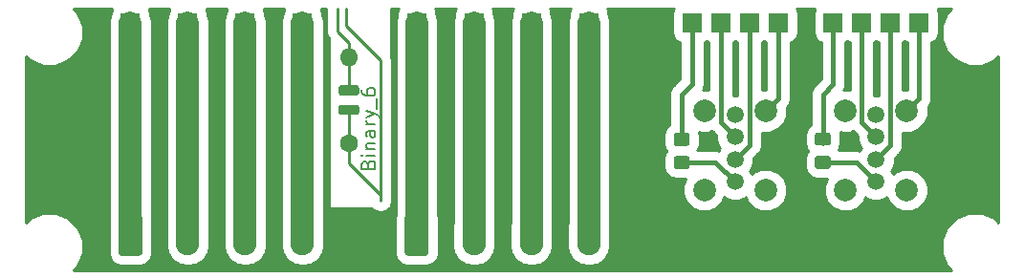
<source format=gtl>
G04 #@! TF.GenerationSoftware,KiCad,Pcbnew,(5.0.2)-1*
G04 #@! TF.CreationDate,2020-01-05T18:08:36+01:00*
G04 #@! TF.ProjectId,EleLab_v2_Frontpanel_a,456c654c-6162-45f7-9632-5f46726f6e74,rev?*
G04 #@! TF.SameCoordinates,Original*
G04 #@! TF.FileFunction,Copper,L1,Top*
G04 #@! TF.FilePolarity,Positive*
%FSLAX46Y46*%
G04 Gerber Fmt 4.6, Leading zero omitted, Abs format (unit mm)*
G04 Created by KiCad (PCBNEW (5.0.2)-1) date 05/01/2020 18:08:36*
%MOMM*%
%LPD*%
G01*
G04 APERTURE LIST*
%ADD10C,0.200000*%
G04 #@! TA.AperFunction,EtchedComponent*
%ADD11C,0.250000*%
G04 #@! TD*
G04 #@! TA.AperFunction,ComponentPad*
%ADD12O,2.080000X3.600000*%
G04 #@! TD*
G04 #@! TA.AperFunction,Conductor*
%ADD13C,0.100000*%
G04 #@! TD*
G04 #@! TA.AperFunction,ComponentPad*
%ADD14C,2.080000*%
G04 #@! TD*
G04 #@! TA.AperFunction,ComponentPad*
%ADD15C,1.500000*%
G04 #@! TD*
G04 #@! TA.AperFunction,ComponentPad*
%ADD16C,2.000000*%
G04 #@! TD*
G04 #@! TA.AperFunction,ComponentPad*
%ADD17R,1.700000X1.700000*%
G04 #@! TD*
G04 #@! TA.AperFunction,ComponentPad*
%ADD18C,1.600000*%
G04 #@! TD*
G04 #@! TA.AperFunction,ComponentPad*
%ADD19O,1.600000X1.600000*%
G04 #@! TD*
G04 #@! TA.AperFunction,SMDPad,CuDef*
%ADD20C,0.900000*%
G04 #@! TD*
G04 #@! TA.AperFunction,SMDPad,CuDef*
%ADD21C,1.150000*%
G04 #@! TD*
G04 #@! TA.AperFunction,Conductor*
%ADD22C,2.000000*%
G04 #@! TD*
G04 #@! TA.AperFunction,Conductor*
%ADD23C,0.400000*%
G04 #@! TD*
G04 #@! TA.AperFunction,NonConductor*
%ADD24C,0.254000*%
G04 #@! TD*
G04 APERTURE END LIST*
G04 #@! TO.C,LO_1*
D10*
X102227085Y-88708257D02*
X102284228Y-88536828D01*
X102341371Y-88479685D01*
X102455657Y-88422542D01*
X102627085Y-88422542D01*
X102741371Y-88479685D01*
X102798514Y-88536828D01*
X102855657Y-88651114D01*
X102855657Y-89108257D01*
X101655657Y-89108257D01*
X101655657Y-88708257D01*
X101712800Y-88593971D01*
X101769942Y-88536828D01*
X101884228Y-88479685D01*
X101998514Y-88479685D01*
X102112800Y-88536828D01*
X102169942Y-88593971D01*
X102227085Y-88708257D01*
X102227085Y-89108257D01*
X102855657Y-87908257D02*
X102055657Y-87908257D01*
X101655657Y-87908257D02*
X101712800Y-87965400D01*
X101769942Y-87908257D01*
X101712800Y-87851114D01*
X101655657Y-87908257D01*
X101769942Y-87908257D01*
X102055657Y-87336828D02*
X102855657Y-87336828D01*
X102169942Y-87336828D02*
X102112800Y-87279685D01*
X102055657Y-87165400D01*
X102055657Y-86993971D01*
X102112800Y-86879685D01*
X102227085Y-86822542D01*
X102855657Y-86822542D01*
X102855657Y-85736828D02*
X102227085Y-85736828D01*
X102112800Y-85793971D01*
X102055657Y-85908257D01*
X102055657Y-86136828D01*
X102112800Y-86251114D01*
X102798514Y-85736828D02*
X102855657Y-85851114D01*
X102855657Y-86136828D01*
X102798514Y-86251114D01*
X102684228Y-86308257D01*
X102569942Y-86308257D01*
X102455657Y-86251114D01*
X102398514Y-86136828D01*
X102398514Y-85851114D01*
X102341371Y-85736828D01*
X102855657Y-85165400D02*
X102055657Y-85165400D01*
X102284228Y-85165400D02*
X102169942Y-85108257D01*
X102112800Y-85051114D01*
X102055657Y-84936828D01*
X102055657Y-84822542D01*
X102055657Y-84536828D02*
X102855657Y-84251114D01*
X102055657Y-83965400D02*
X102855657Y-84251114D01*
X103141371Y-84365400D01*
X103198514Y-84422542D01*
X103255657Y-84536828D01*
X102969942Y-83793971D02*
X102969942Y-82879685D01*
X101655657Y-82079685D02*
X101655657Y-82308257D01*
X101712800Y-82422542D01*
X101769942Y-82479685D01*
X101941371Y-82593971D01*
X102169942Y-82651114D01*
X102627085Y-82651114D01*
X102741371Y-82593971D01*
X102798514Y-82536828D01*
X102855657Y-82422542D01*
X102855657Y-82193971D01*
X102798514Y-82079685D01*
X102741371Y-82022542D01*
X102627085Y-81965400D01*
X102341371Y-81965400D01*
X102227085Y-82022542D01*
X102169942Y-82079685D01*
X102112800Y-82193971D01*
X102112800Y-82422542D01*
X102169942Y-82536828D01*
X102227085Y-82593971D01*
X102341371Y-82651114D01*
D11*
X100534800Y-86835400D02*
X100534800Y-84295400D01*
X100534800Y-81755400D02*
X100534800Y-79215400D01*
X100534800Y-79215400D02*
X100534800Y-77945400D01*
X100534800Y-77945400D02*
X99518800Y-76929400D01*
X99518800Y-76929400D02*
X99518800Y-74922800D01*
X100534800Y-86835400D02*
X100534800Y-88613400D01*
X100534800Y-88613400D02*
X103328800Y-91407400D01*
X100280800Y-74872000D02*
X100280800Y-76421400D01*
X100280800Y-76421400D02*
X103328800Y-79469400D01*
X103328800Y-79469400D02*
X103328800Y-91940800D01*
G04 #@! TD*
D12*
G04 #@! TO.P,J1,4*
G04 #@! TO.N,Net-(J1-Pad4)*
X96425000Y-95000000D03*
G04 #@! TO.P,J1,3*
G04 #@! TO.N,Net-(J1-Pad3)*
X91345000Y-95000000D03*
G04 #@! TO.P,J1,2*
G04 #@! TO.N,Net-(J1-Pad2)*
X86265000Y-95000000D03*
D13*
G04 #@! TD*
G04 #@! TO.N,Net-(J1-Pad1)*
G04 #@! TO.C,J1*
G36*
X81999505Y-93201204D02*
X82023773Y-93204804D01*
X82047572Y-93210765D01*
X82070671Y-93219030D01*
X82092850Y-93229520D01*
X82113893Y-93242132D01*
X82133599Y-93256747D01*
X82151777Y-93273223D01*
X82168253Y-93291401D01*
X82182868Y-93311107D01*
X82195480Y-93332150D01*
X82205970Y-93354329D01*
X82214235Y-93377428D01*
X82220196Y-93401227D01*
X82223796Y-93425495D01*
X82225000Y-93449999D01*
X82225000Y-96550001D01*
X82223796Y-96574505D01*
X82220196Y-96598773D01*
X82214235Y-96622572D01*
X82205970Y-96645671D01*
X82195480Y-96667850D01*
X82182868Y-96688893D01*
X82168253Y-96708599D01*
X82151777Y-96726777D01*
X82133599Y-96743253D01*
X82113893Y-96757868D01*
X82092850Y-96770480D01*
X82070671Y-96780970D01*
X82047572Y-96789235D01*
X82023773Y-96795196D01*
X81999505Y-96798796D01*
X81975001Y-96800000D01*
X80394999Y-96800000D01*
X80370495Y-96798796D01*
X80346227Y-96795196D01*
X80322428Y-96789235D01*
X80299329Y-96780970D01*
X80277150Y-96770480D01*
X80256107Y-96757868D01*
X80236401Y-96743253D01*
X80218223Y-96726777D01*
X80201747Y-96708599D01*
X80187132Y-96688893D01*
X80174520Y-96667850D01*
X80164030Y-96645671D01*
X80155765Y-96622572D01*
X80149804Y-96598773D01*
X80146204Y-96574505D01*
X80145000Y-96550001D01*
X80145000Y-93449999D01*
X80146204Y-93425495D01*
X80149804Y-93401227D01*
X80155765Y-93377428D01*
X80164030Y-93354329D01*
X80174520Y-93332150D01*
X80187132Y-93311107D01*
X80201747Y-93291401D01*
X80218223Y-93273223D01*
X80236401Y-93256747D01*
X80256107Y-93242132D01*
X80277150Y-93229520D01*
X80299329Y-93219030D01*
X80322428Y-93210765D01*
X80346227Y-93204804D01*
X80370495Y-93201204D01*
X80394999Y-93200000D01*
X81975001Y-93200000D01*
X81999505Y-93201204D01*
X81999505Y-93201204D01*
G37*
D14*
G04 #@! TO.P,J1,1*
G04 #@! TO.N,Net-(J1-Pad1)*
X81185000Y-95000000D03*
G04 #@! TD*
D13*
G04 #@! TO.N,Net-(J2-Pad1)*
G04 #@! TO.C,J2*
G36*
X107344505Y-93201204D02*
X107368773Y-93204804D01*
X107392572Y-93210765D01*
X107415671Y-93219030D01*
X107437850Y-93229520D01*
X107458893Y-93242132D01*
X107478599Y-93256747D01*
X107496777Y-93273223D01*
X107513253Y-93291401D01*
X107527868Y-93311107D01*
X107540480Y-93332150D01*
X107550970Y-93354329D01*
X107559235Y-93377428D01*
X107565196Y-93401227D01*
X107568796Y-93425495D01*
X107570000Y-93449999D01*
X107570000Y-96550001D01*
X107568796Y-96574505D01*
X107565196Y-96598773D01*
X107559235Y-96622572D01*
X107550970Y-96645671D01*
X107540480Y-96667850D01*
X107527868Y-96688893D01*
X107513253Y-96708599D01*
X107496777Y-96726777D01*
X107478599Y-96743253D01*
X107458893Y-96757868D01*
X107437850Y-96770480D01*
X107415671Y-96780970D01*
X107392572Y-96789235D01*
X107368773Y-96795196D01*
X107344505Y-96798796D01*
X107320001Y-96800000D01*
X105739999Y-96800000D01*
X105715495Y-96798796D01*
X105691227Y-96795196D01*
X105667428Y-96789235D01*
X105644329Y-96780970D01*
X105622150Y-96770480D01*
X105601107Y-96757868D01*
X105581401Y-96743253D01*
X105563223Y-96726777D01*
X105546747Y-96708599D01*
X105532132Y-96688893D01*
X105519520Y-96667850D01*
X105509030Y-96645671D01*
X105500765Y-96622572D01*
X105494804Y-96598773D01*
X105491204Y-96574505D01*
X105490000Y-96550001D01*
X105490000Y-93449999D01*
X105491204Y-93425495D01*
X105494804Y-93401227D01*
X105500765Y-93377428D01*
X105509030Y-93354329D01*
X105519520Y-93332150D01*
X105532132Y-93311107D01*
X105546747Y-93291401D01*
X105563223Y-93273223D01*
X105581401Y-93256747D01*
X105601107Y-93242132D01*
X105622150Y-93229520D01*
X105644329Y-93219030D01*
X105667428Y-93210765D01*
X105691227Y-93204804D01*
X105715495Y-93201204D01*
X105739999Y-93200000D01*
X107320001Y-93200000D01*
X107344505Y-93201204D01*
X107344505Y-93201204D01*
G37*
D14*
G04 #@! TD*
G04 #@! TO.P,J2,1*
G04 #@! TO.N,Net-(J2-Pad1)*
X106530000Y-95000000D03*
D12*
G04 #@! TO.P,J2,2*
G04 #@! TO.N,Net-(J10-Pad1)*
X111610000Y-95000000D03*
G04 #@! TO.P,J2,3*
G04 #@! TO.N,Net-(J11-Pad1)*
X116690000Y-95000000D03*
G04 #@! TO.P,J2,4*
G04 #@! TO.N,Net-(J12-Pad1)*
X121770000Y-95000000D03*
G04 #@! TD*
D15*
G04 #@! TO.P,J3,4*
G04 #@! TO.N,Net-(J16-Pad1)*
X134720000Y-84270000D03*
G04 #@! TO.P,J3,3*
G04 #@! TO.N,Net-(J14-Pad1)*
X134720000Y-86270000D03*
G04 #@! TO.P,J3,2*
G04 #@! TO.N,Net-(J15-Pad1)*
X134720000Y-88270000D03*
G04 #@! TO.P,J3,1*
G04 #@! TO.N,Net-(F1-Pad1)*
X134720000Y-90270000D03*
D16*
G04 #@! TO.P,J3,5*
G04 #@! TO.N,Net-(J16-Pad1)*
X137440000Y-84000000D03*
X132000000Y-84000000D03*
X137440000Y-91000000D03*
X132000000Y-91000000D03*
G04 #@! TD*
G04 #@! TO.P,J4,5*
G04 #@! TO.N,Net-(J20-Pad1)*
X144500000Y-91000000D03*
X149940000Y-91000000D03*
X144500000Y-84000000D03*
X149940000Y-84000000D03*
D15*
G04 #@! TO.P,J4,1*
G04 #@! TO.N,Net-(F2-Pad1)*
X147220000Y-90270000D03*
G04 #@! TO.P,J4,2*
G04 #@! TO.N,Net-(J19-Pad1)*
X147220000Y-88270000D03*
G04 #@! TO.P,J4,3*
G04 #@! TO.N,Net-(J18-Pad1)*
X147220000Y-86270000D03*
G04 #@! TO.P,J4,4*
G04 #@! TO.N,Net-(J20-Pad1)*
X147220000Y-84270000D03*
G04 #@! TD*
D17*
G04 #@! TO.P,J5,1*
G04 #@! TO.N,Net-(J1-Pad1)*
X81185000Y-76200000D03*
G04 #@! TD*
G04 #@! TO.P,J6,1*
G04 #@! TO.N,Net-(J1-Pad2)*
X86265000Y-76200000D03*
G04 #@! TD*
G04 #@! TO.P,J7,1*
G04 #@! TO.N,Net-(J1-Pad3)*
X91345000Y-76200000D03*
G04 #@! TD*
G04 #@! TO.P,J8,1*
G04 #@! TO.N,Net-(J1-Pad4)*
X96425000Y-76200000D03*
G04 #@! TD*
G04 #@! TO.P,J9,1*
G04 #@! TO.N,Net-(J2-Pad1)*
X106530000Y-76200000D03*
G04 #@! TD*
G04 #@! TO.P,J10,1*
G04 #@! TO.N,Net-(J10-Pad1)*
X111610000Y-76200000D03*
G04 #@! TD*
G04 #@! TO.P,J11,1*
G04 #@! TO.N,Net-(J11-Pad1)*
X116690000Y-76200000D03*
G04 #@! TD*
G04 #@! TO.P,J12,1*
G04 #@! TO.N,Net-(J12-Pad1)*
X121770000Y-76200000D03*
G04 #@! TD*
G04 #@! TO.P,J13,1*
G04 #@! TO.N,Net-(F1-Pad2)*
X130930000Y-76200000D03*
G04 #@! TD*
G04 #@! TO.P,J14,1*
G04 #@! TO.N,Net-(J14-Pad1)*
X133470000Y-76200000D03*
G04 #@! TD*
G04 #@! TO.P,J15,1*
G04 #@! TO.N,Net-(J15-Pad1)*
X136010000Y-76200000D03*
G04 #@! TD*
G04 #@! TO.P,J16,1*
G04 #@! TO.N,Net-(J16-Pad1)*
X138550000Y-76200000D03*
G04 #@! TD*
G04 #@! TO.P,J17,1*
G04 #@! TO.N,Net-(F2-Pad2)*
X143416000Y-76200000D03*
G04 #@! TD*
G04 #@! TO.P,J18,1*
G04 #@! TO.N,Net-(J18-Pad1)*
X145956000Y-76200000D03*
G04 #@! TD*
G04 #@! TO.P,J19,1*
G04 #@! TO.N,Net-(J19-Pad1)*
X148496000Y-76200000D03*
G04 #@! TD*
G04 #@! TO.P,J20,1*
G04 #@! TO.N,Net-(J20-Pad1)*
X151036000Y-76200000D03*
G04 #@! TD*
D18*
G04 #@! TO.P,LO_1,2*
G04 #@! TO.N,N/C*
X100534800Y-86835400D03*
D19*
G04 #@! TO.P,LO_1,1*
X100534800Y-79215400D03*
D13*
G04 #@! TD*
G04 #@! TO.N,*
G04 #@! TO.C,LO_1*
G36*
X101231854Y-83446483D02*
X101253695Y-83449723D01*
X101275114Y-83455088D01*
X101295904Y-83462527D01*
X101315864Y-83471968D01*
X101334803Y-83483319D01*
X101352538Y-83496473D01*
X101368899Y-83511301D01*
X101383727Y-83527662D01*
X101396881Y-83545397D01*
X101408232Y-83564336D01*
X101417673Y-83584296D01*
X101425112Y-83605086D01*
X101430477Y-83626505D01*
X101433717Y-83648346D01*
X101434800Y-83670400D01*
X101434800Y-84120400D01*
X101433717Y-84142454D01*
X101430477Y-84164295D01*
X101425112Y-84185714D01*
X101417673Y-84206504D01*
X101408232Y-84226464D01*
X101396881Y-84245403D01*
X101383727Y-84263138D01*
X101368899Y-84279499D01*
X101352538Y-84294327D01*
X101334803Y-84307481D01*
X101315864Y-84318832D01*
X101295904Y-84328273D01*
X101275114Y-84335712D01*
X101253695Y-84341077D01*
X101231854Y-84344317D01*
X101209800Y-84345400D01*
X99859800Y-84345400D01*
X99837746Y-84344317D01*
X99815905Y-84341077D01*
X99794486Y-84335712D01*
X99773696Y-84328273D01*
X99753736Y-84318832D01*
X99734797Y-84307481D01*
X99717062Y-84294327D01*
X99700701Y-84279499D01*
X99685873Y-84263138D01*
X99672719Y-84245403D01*
X99661368Y-84226464D01*
X99651927Y-84206504D01*
X99644488Y-84185714D01*
X99639123Y-84164295D01*
X99635883Y-84142454D01*
X99634800Y-84120400D01*
X99634800Y-83670400D01*
X99635883Y-83648346D01*
X99639123Y-83626505D01*
X99644488Y-83605086D01*
X99651927Y-83584296D01*
X99661368Y-83564336D01*
X99672719Y-83545397D01*
X99685873Y-83527662D01*
X99700701Y-83511301D01*
X99717062Y-83496473D01*
X99734797Y-83483319D01*
X99753736Y-83471968D01*
X99773696Y-83462527D01*
X99794486Y-83455088D01*
X99815905Y-83449723D01*
X99837746Y-83446483D01*
X99859800Y-83445400D01*
X101209800Y-83445400D01*
X101231854Y-83446483D01*
X101231854Y-83446483D01*
G37*
D20*
G04 #@! TO.P,LO_1,*
G04 #@! TO.N,*
X100534800Y-83895400D03*
D13*
G04 #@! TD*
G04 #@! TO.N,*
G04 #@! TO.C,LO_1*
G36*
X101231854Y-81706483D02*
X101253695Y-81709723D01*
X101275114Y-81715088D01*
X101295904Y-81722527D01*
X101315864Y-81731968D01*
X101334803Y-81743319D01*
X101352538Y-81756473D01*
X101368899Y-81771301D01*
X101383727Y-81787662D01*
X101396881Y-81805397D01*
X101408232Y-81824336D01*
X101417673Y-81844296D01*
X101425112Y-81865086D01*
X101430477Y-81886505D01*
X101433717Y-81908346D01*
X101434800Y-81930400D01*
X101434800Y-82380400D01*
X101433717Y-82402454D01*
X101430477Y-82424295D01*
X101425112Y-82445714D01*
X101417673Y-82466504D01*
X101408232Y-82486464D01*
X101396881Y-82505403D01*
X101383727Y-82523138D01*
X101368899Y-82539499D01*
X101352538Y-82554327D01*
X101334803Y-82567481D01*
X101315864Y-82578832D01*
X101295904Y-82588273D01*
X101275114Y-82595712D01*
X101253695Y-82601077D01*
X101231854Y-82604317D01*
X101209800Y-82605400D01*
X99859800Y-82605400D01*
X99837746Y-82604317D01*
X99815905Y-82601077D01*
X99794486Y-82595712D01*
X99773696Y-82588273D01*
X99753736Y-82578832D01*
X99734797Y-82567481D01*
X99717062Y-82554327D01*
X99700701Y-82539499D01*
X99685873Y-82523138D01*
X99672719Y-82505403D01*
X99661368Y-82486464D01*
X99651927Y-82466504D01*
X99644488Y-82445714D01*
X99639123Y-82424295D01*
X99635883Y-82402454D01*
X99634800Y-82380400D01*
X99634800Y-81930400D01*
X99635883Y-81908346D01*
X99639123Y-81886505D01*
X99644488Y-81865086D01*
X99651927Y-81844296D01*
X99661368Y-81824336D01*
X99672719Y-81805397D01*
X99685873Y-81787662D01*
X99700701Y-81771301D01*
X99717062Y-81756473D01*
X99734797Y-81743319D01*
X99753736Y-81731968D01*
X99773696Y-81722527D01*
X99794486Y-81715088D01*
X99815905Y-81709723D01*
X99837746Y-81706483D01*
X99859800Y-81705400D01*
X101209800Y-81705400D01*
X101231854Y-81706483D01*
X101231854Y-81706483D01*
G37*
D20*
G04 #@! TO.P,LO_1,*
G04 #@! TO.N,*
X100534800Y-82155400D03*
G04 #@! TD*
D13*
G04 #@! TO.N,Net-(F1-Pad2)*
G04 #@! TO.C,F1*
G36*
X130474505Y-85926204D02*
X130498773Y-85929804D01*
X130522572Y-85935765D01*
X130545671Y-85944030D01*
X130567850Y-85954520D01*
X130588893Y-85967132D01*
X130608599Y-85981747D01*
X130626777Y-85998223D01*
X130643253Y-86016401D01*
X130657868Y-86036107D01*
X130670480Y-86057150D01*
X130680970Y-86079329D01*
X130689235Y-86102428D01*
X130695196Y-86126227D01*
X130698796Y-86150495D01*
X130700000Y-86174999D01*
X130700000Y-86825001D01*
X130698796Y-86849505D01*
X130695196Y-86873773D01*
X130689235Y-86897572D01*
X130680970Y-86920671D01*
X130670480Y-86942850D01*
X130657868Y-86963893D01*
X130643253Y-86983599D01*
X130626777Y-87001777D01*
X130608599Y-87018253D01*
X130588893Y-87032868D01*
X130567850Y-87045480D01*
X130545671Y-87055970D01*
X130522572Y-87064235D01*
X130498773Y-87070196D01*
X130474505Y-87073796D01*
X130450001Y-87075000D01*
X129549999Y-87075000D01*
X129525495Y-87073796D01*
X129501227Y-87070196D01*
X129477428Y-87064235D01*
X129454329Y-87055970D01*
X129432150Y-87045480D01*
X129411107Y-87032868D01*
X129391401Y-87018253D01*
X129373223Y-87001777D01*
X129356747Y-86983599D01*
X129342132Y-86963893D01*
X129329520Y-86942850D01*
X129319030Y-86920671D01*
X129310765Y-86897572D01*
X129304804Y-86873773D01*
X129301204Y-86849505D01*
X129300000Y-86825001D01*
X129300000Y-86174999D01*
X129301204Y-86150495D01*
X129304804Y-86126227D01*
X129310765Y-86102428D01*
X129319030Y-86079329D01*
X129329520Y-86057150D01*
X129342132Y-86036107D01*
X129356747Y-86016401D01*
X129373223Y-85998223D01*
X129391401Y-85981747D01*
X129411107Y-85967132D01*
X129432150Y-85954520D01*
X129454329Y-85944030D01*
X129477428Y-85935765D01*
X129501227Y-85929804D01*
X129525495Y-85926204D01*
X129549999Y-85925000D01*
X130450001Y-85925000D01*
X130474505Y-85926204D01*
X130474505Y-85926204D01*
G37*
D21*
G04 #@! TD*
G04 #@! TO.P,F1,2*
G04 #@! TO.N,Net-(F1-Pad2)*
X130000000Y-86500000D03*
D13*
G04 #@! TO.N,Net-(F1-Pad1)*
G04 #@! TO.C,F1*
G36*
X130474505Y-87976204D02*
X130498773Y-87979804D01*
X130522572Y-87985765D01*
X130545671Y-87994030D01*
X130567850Y-88004520D01*
X130588893Y-88017132D01*
X130608599Y-88031747D01*
X130626777Y-88048223D01*
X130643253Y-88066401D01*
X130657868Y-88086107D01*
X130670480Y-88107150D01*
X130680970Y-88129329D01*
X130689235Y-88152428D01*
X130695196Y-88176227D01*
X130698796Y-88200495D01*
X130700000Y-88224999D01*
X130700000Y-88875001D01*
X130698796Y-88899505D01*
X130695196Y-88923773D01*
X130689235Y-88947572D01*
X130680970Y-88970671D01*
X130670480Y-88992850D01*
X130657868Y-89013893D01*
X130643253Y-89033599D01*
X130626777Y-89051777D01*
X130608599Y-89068253D01*
X130588893Y-89082868D01*
X130567850Y-89095480D01*
X130545671Y-89105970D01*
X130522572Y-89114235D01*
X130498773Y-89120196D01*
X130474505Y-89123796D01*
X130450001Y-89125000D01*
X129549999Y-89125000D01*
X129525495Y-89123796D01*
X129501227Y-89120196D01*
X129477428Y-89114235D01*
X129454329Y-89105970D01*
X129432150Y-89095480D01*
X129411107Y-89082868D01*
X129391401Y-89068253D01*
X129373223Y-89051777D01*
X129356747Y-89033599D01*
X129342132Y-89013893D01*
X129329520Y-88992850D01*
X129319030Y-88970671D01*
X129310765Y-88947572D01*
X129304804Y-88923773D01*
X129301204Y-88899505D01*
X129300000Y-88875001D01*
X129300000Y-88224999D01*
X129301204Y-88200495D01*
X129304804Y-88176227D01*
X129310765Y-88152428D01*
X129319030Y-88129329D01*
X129329520Y-88107150D01*
X129342132Y-88086107D01*
X129356747Y-88066401D01*
X129373223Y-88048223D01*
X129391401Y-88031747D01*
X129411107Y-88017132D01*
X129432150Y-88004520D01*
X129454329Y-87994030D01*
X129477428Y-87985765D01*
X129501227Y-87979804D01*
X129525495Y-87976204D01*
X129549999Y-87975000D01*
X130450001Y-87975000D01*
X130474505Y-87976204D01*
X130474505Y-87976204D01*
G37*
D21*
G04 #@! TD*
G04 #@! TO.P,F1,1*
G04 #@! TO.N,Net-(F1-Pad1)*
X130000000Y-88550000D03*
D13*
G04 #@! TO.N,Net-(F2-Pad1)*
G04 #@! TO.C,F2*
G36*
X142974505Y-87951204D02*
X142998773Y-87954804D01*
X143022572Y-87960765D01*
X143045671Y-87969030D01*
X143067850Y-87979520D01*
X143088893Y-87992132D01*
X143108599Y-88006747D01*
X143126777Y-88023223D01*
X143143253Y-88041401D01*
X143157868Y-88061107D01*
X143170480Y-88082150D01*
X143180970Y-88104329D01*
X143189235Y-88127428D01*
X143195196Y-88151227D01*
X143198796Y-88175495D01*
X143200000Y-88199999D01*
X143200000Y-88850001D01*
X143198796Y-88874505D01*
X143195196Y-88898773D01*
X143189235Y-88922572D01*
X143180970Y-88945671D01*
X143170480Y-88967850D01*
X143157868Y-88988893D01*
X143143253Y-89008599D01*
X143126777Y-89026777D01*
X143108599Y-89043253D01*
X143088893Y-89057868D01*
X143067850Y-89070480D01*
X143045671Y-89080970D01*
X143022572Y-89089235D01*
X142998773Y-89095196D01*
X142974505Y-89098796D01*
X142950001Y-89100000D01*
X142049999Y-89100000D01*
X142025495Y-89098796D01*
X142001227Y-89095196D01*
X141977428Y-89089235D01*
X141954329Y-89080970D01*
X141932150Y-89070480D01*
X141911107Y-89057868D01*
X141891401Y-89043253D01*
X141873223Y-89026777D01*
X141856747Y-89008599D01*
X141842132Y-88988893D01*
X141829520Y-88967850D01*
X141819030Y-88945671D01*
X141810765Y-88922572D01*
X141804804Y-88898773D01*
X141801204Y-88874505D01*
X141800000Y-88850001D01*
X141800000Y-88199999D01*
X141801204Y-88175495D01*
X141804804Y-88151227D01*
X141810765Y-88127428D01*
X141819030Y-88104329D01*
X141829520Y-88082150D01*
X141842132Y-88061107D01*
X141856747Y-88041401D01*
X141873223Y-88023223D01*
X141891401Y-88006747D01*
X141911107Y-87992132D01*
X141932150Y-87979520D01*
X141954329Y-87969030D01*
X141977428Y-87960765D01*
X142001227Y-87954804D01*
X142025495Y-87951204D01*
X142049999Y-87950000D01*
X142950001Y-87950000D01*
X142974505Y-87951204D01*
X142974505Y-87951204D01*
G37*
D21*
G04 #@! TD*
G04 #@! TO.P,F2,1*
G04 #@! TO.N,Net-(F2-Pad1)*
X142500000Y-88525000D03*
D13*
G04 #@! TO.N,Net-(F2-Pad2)*
G04 #@! TO.C,F2*
G36*
X142974505Y-85901204D02*
X142998773Y-85904804D01*
X143022572Y-85910765D01*
X143045671Y-85919030D01*
X143067850Y-85929520D01*
X143088893Y-85942132D01*
X143108599Y-85956747D01*
X143126777Y-85973223D01*
X143143253Y-85991401D01*
X143157868Y-86011107D01*
X143170480Y-86032150D01*
X143180970Y-86054329D01*
X143189235Y-86077428D01*
X143195196Y-86101227D01*
X143198796Y-86125495D01*
X143200000Y-86149999D01*
X143200000Y-86800001D01*
X143198796Y-86824505D01*
X143195196Y-86848773D01*
X143189235Y-86872572D01*
X143180970Y-86895671D01*
X143170480Y-86917850D01*
X143157868Y-86938893D01*
X143143253Y-86958599D01*
X143126777Y-86976777D01*
X143108599Y-86993253D01*
X143088893Y-87007868D01*
X143067850Y-87020480D01*
X143045671Y-87030970D01*
X143022572Y-87039235D01*
X142998773Y-87045196D01*
X142974505Y-87048796D01*
X142950001Y-87050000D01*
X142049999Y-87050000D01*
X142025495Y-87048796D01*
X142001227Y-87045196D01*
X141977428Y-87039235D01*
X141954329Y-87030970D01*
X141932150Y-87020480D01*
X141911107Y-87007868D01*
X141891401Y-86993253D01*
X141873223Y-86976777D01*
X141856747Y-86958599D01*
X141842132Y-86938893D01*
X141829520Y-86917850D01*
X141819030Y-86895671D01*
X141810765Y-86872572D01*
X141804804Y-86848773D01*
X141801204Y-86824505D01*
X141800000Y-86800001D01*
X141800000Y-86149999D01*
X141801204Y-86125495D01*
X141804804Y-86101227D01*
X141810765Y-86077428D01*
X141819030Y-86054329D01*
X141829520Y-86032150D01*
X141842132Y-86011107D01*
X141856747Y-85991401D01*
X141873223Y-85973223D01*
X141891401Y-85956747D01*
X141911107Y-85942132D01*
X141932150Y-85929520D01*
X141954329Y-85919030D01*
X141977428Y-85910765D01*
X142001227Y-85904804D01*
X142025495Y-85901204D01*
X142049999Y-85900000D01*
X142950001Y-85900000D01*
X142974505Y-85901204D01*
X142974505Y-85901204D01*
G37*
D21*
G04 #@! TD*
G04 #@! TO.P,F2,2*
G04 #@! TO.N,Net-(F2-Pad2)*
X142500000Y-86475000D03*
D22*
G04 #@! TO.N,Net-(J1-Pad4)*
X96425000Y-95000000D02*
X96425000Y-76200000D01*
G04 #@! TO.N,Net-(J1-Pad3)*
X91345000Y-76200000D02*
X91345000Y-95000000D01*
G04 #@! TO.N,Net-(J1-Pad2)*
X86265000Y-95000000D02*
X86265000Y-76200000D01*
G04 #@! TO.N,Net-(J1-Pad1)*
X81185000Y-76200000D02*
X81185000Y-95000000D01*
G04 #@! TO.N,Net-(J2-Pad1)*
X106530000Y-95000000D02*
X106530000Y-76200000D01*
G04 #@! TO.N,Net-(J10-Pad1)*
X111610000Y-76200000D02*
X111610000Y-95000000D01*
G04 #@! TO.N,Net-(J11-Pad1)*
X116690000Y-95000000D02*
X116690000Y-76200000D01*
G04 #@! TO.N,Net-(J12-Pad1)*
X121770000Y-76200000D02*
X121770000Y-95000000D01*
D23*
G04 #@! TO.N,Net-(J16-Pad1)*
X137440000Y-84000000D02*
X138550000Y-82890000D01*
X138550000Y-82890000D02*
X138550000Y-76200000D01*
G04 #@! TO.N,Net-(J14-Pad1)*
X134720000Y-86270000D02*
X133470000Y-85020000D01*
X133470000Y-85020000D02*
X133470000Y-76200000D01*
G04 #@! TO.N,Net-(J15-Pad1)*
X134720000Y-88270000D02*
X136010000Y-86980000D01*
X136010000Y-86980000D02*
X136010000Y-76200000D01*
G04 #@! TO.N,Net-(J20-Pad1)*
X149940000Y-84000000D02*
X151036000Y-82904000D01*
X151036000Y-82904000D02*
X151036000Y-76200000D01*
G04 #@! TO.N,Net-(J19-Pad1)*
X147220000Y-88270000D02*
X148496000Y-86994000D01*
X148496000Y-86994000D02*
X148496000Y-76200000D01*
G04 #@! TO.N,Net-(J18-Pad1)*
X147220000Y-86270000D02*
X145956000Y-85006000D01*
X145956000Y-85006000D02*
X145956000Y-76200000D01*
G04 #@! TO.N,Net-(F1-Pad2)*
X130000000Y-86500000D02*
X130000000Y-82500000D01*
X130000000Y-82500000D02*
X130930000Y-81570000D01*
X130930000Y-81570000D02*
X130930000Y-76200000D01*
G04 #@! TO.N,Net-(F1-Pad1)*
X133000000Y-88550000D02*
X130000000Y-88550000D01*
X134720000Y-90270000D02*
X133000000Y-88550000D01*
G04 #@! TO.N,Net-(F2-Pad1)*
X145475000Y-88525000D02*
X142500000Y-88525000D01*
X147220000Y-90270000D02*
X145475000Y-88525000D01*
G04 #@! TO.N,Net-(F2-Pad2)*
X142500000Y-86475000D02*
X142500000Y-82500000D01*
X142500000Y-82500000D02*
X143416000Y-81584000D01*
X143416000Y-81584000D02*
X143416000Y-76200000D01*
G04 #@! TD*
D24*
G36*
X79508884Y-75007812D02*
X79440819Y-75350000D01*
X79440819Y-75431842D01*
X79416905Y-75467632D01*
X79308000Y-76015135D01*
X79308001Y-93162528D01*
X79250819Y-93449999D01*
X79250819Y-96550001D01*
X79337915Y-96987860D01*
X79585942Y-97359058D01*
X79957140Y-97607085D01*
X80394999Y-97694181D01*
X81975001Y-97694181D01*
X82412860Y-97607085D01*
X82784058Y-97359058D01*
X83032085Y-96987860D01*
X83119181Y-96550001D01*
X83119181Y-93449999D01*
X83062000Y-93162532D01*
X83062000Y-76015134D01*
X82953095Y-75467631D01*
X82929181Y-75431841D01*
X82929181Y-75350000D01*
X82861116Y-75007812D01*
X82807119Y-74927000D01*
X84642881Y-74927000D01*
X84588884Y-75007812D01*
X84520819Y-75350000D01*
X84520819Y-75431843D01*
X84496906Y-75467631D01*
X84388001Y-76015134D01*
X84388000Y-93850101D01*
X84348000Y-94051195D01*
X84348000Y-95948806D01*
X84459227Y-96507976D01*
X84882921Y-97142080D01*
X85517025Y-97565774D01*
X86265000Y-97714556D01*
X87012976Y-97565774D01*
X87647080Y-97142080D01*
X88070774Y-96507976D01*
X88182000Y-95948805D01*
X88182000Y-94051194D01*
X88142000Y-93850101D01*
X88142000Y-76015134D01*
X88033095Y-75467631D01*
X88009181Y-75431841D01*
X88009181Y-75350000D01*
X87941116Y-75007812D01*
X87887119Y-74927000D01*
X89722881Y-74927000D01*
X89668884Y-75007812D01*
X89600819Y-75350000D01*
X89600819Y-75431842D01*
X89576905Y-75467632D01*
X89468000Y-76015135D01*
X89468001Y-93850097D01*
X89428000Y-94051195D01*
X89428000Y-95948806D01*
X89539227Y-96507976D01*
X89962921Y-97142080D01*
X90597025Y-97565774D01*
X91345000Y-97714556D01*
X92092976Y-97565774D01*
X92727080Y-97142080D01*
X93150774Y-96507976D01*
X93262000Y-95948805D01*
X93262000Y-94051194D01*
X93222000Y-93850101D01*
X93222000Y-76015134D01*
X93113095Y-75467631D01*
X93089181Y-75431841D01*
X93089181Y-75350000D01*
X93021116Y-75007812D01*
X92967119Y-74927000D01*
X94802881Y-74927000D01*
X94748884Y-75007812D01*
X94680819Y-75350000D01*
X94680819Y-75431843D01*
X94656906Y-75467631D01*
X94548001Y-76015134D01*
X94548000Y-93850101D01*
X94508000Y-94051195D01*
X94508000Y-95948806D01*
X94619227Y-96507976D01*
X95042921Y-97142080D01*
X95677025Y-97565774D01*
X96425000Y-97714556D01*
X97172976Y-97565774D01*
X97807080Y-97142080D01*
X98230774Y-96507976D01*
X98342000Y-95948805D01*
X98342000Y-94051194D01*
X98302000Y-93850101D01*
X98302000Y-76015134D01*
X98193095Y-75467631D01*
X98169181Y-75431841D01*
X98169181Y-75350000D01*
X98101116Y-75007812D01*
X98047119Y-74927000D01*
X98516801Y-74927000D01*
X98516800Y-76830713D01*
X98497170Y-76929400D01*
X98551976Y-77204926D01*
X98574937Y-77320360D01*
X98730223Y-77552763D01*
X98730223Y-92500000D01*
X98739890Y-92548601D01*
X98767420Y-92589803D01*
X98808622Y-92617333D01*
X98857223Y-92627000D01*
X102582210Y-92627000D01*
X102606399Y-92663202D01*
X102937840Y-92884663D01*
X103328800Y-92962430D01*
X103719761Y-92884663D01*
X104051202Y-92663202D01*
X104075391Y-92627000D01*
X104157223Y-92627000D01*
X104205824Y-92617333D01*
X104247026Y-92589803D01*
X104274556Y-92548601D01*
X104284223Y-92500000D01*
X104284223Y-92273645D01*
X104330800Y-92039487D01*
X104330800Y-91506086D01*
X104350430Y-91407400D01*
X104330800Y-91308713D01*
X104330800Y-79568086D01*
X104350430Y-79469400D01*
X104284223Y-79136555D01*
X104284223Y-74927000D01*
X104907881Y-74927000D01*
X104853884Y-75007812D01*
X104785819Y-75350000D01*
X104785819Y-75431843D01*
X104761906Y-75467631D01*
X104653001Y-76015134D01*
X104653000Y-93162532D01*
X104595819Y-93449999D01*
X104595819Y-96550001D01*
X104682915Y-96987860D01*
X104930942Y-97359058D01*
X105302140Y-97607085D01*
X105739999Y-97694181D01*
X107320001Y-97694181D01*
X107757860Y-97607085D01*
X108129058Y-97359058D01*
X108377085Y-96987860D01*
X108464181Y-96550001D01*
X108464181Y-93449999D01*
X108407000Y-93162532D01*
X108407000Y-76015134D01*
X108298095Y-75467631D01*
X108274181Y-75431841D01*
X108274181Y-75350000D01*
X108206116Y-75007812D01*
X108152119Y-74927000D01*
X109987881Y-74927000D01*
X109933884Y-75007812D01*
X109865819Y-75350000D01*
X109865819Y-75431842D01*
X109841905Y-75467632D01*
X109733000Y-76015135D01*
X109733001Y-93850097D01*
X109693000Y-94051195D01*
X109693000Y-95948806D01*
X109804227Y-96507976D01*
X110227921Y-97142080D01*
X110862025Y-97565774D01*
X111610000Y-97714556D01*
X112357976Y-97565774D01*
X112992080Y-97142080D01*
X113415774Y-96507976D01*
X113527000Y-95948805D01*
X113527000Y-94051194D01*
X113487000Y-93850101D01*
X113487000Y-76015134D01*
X113378095Y-75467631D01*
X113354181Y-75431841D01*
X113354181Y-75350000D01*
X113286116Y-75007812D01*
X113232119Y-74927000D01*
X115067881Y-74927000D01*
X115013884Y-75007812D01*
X114945819Y-75350000D01*
X114945819Y-75431843D01*
X114921906Y-75467631D01*
X114813001Y-76015134D01*
X114813000Y-93850101D01*
X114773000Y-94051195D01*
X114773000Y-95948806D01*
X114884227Y-96507976D01*
X115307921Y-97142080D01*
X115942025Y-97565774D01*
X116690000Y-97714556D01*
X117437976Y-97565774D01*
X118072080Y-97142080D01*
X118495774Y-96507976D01*
X118607000Y-95948805D01*
X118607000Y-94051194D01*
X118567000Y-93850101D01*
X118567000Y-76015134D01*
X118458095Y-75467631D01*
X118434181Y-75431841D01*
X118434181Y-75350000D01*
X118366116Y-75007812D01*
X118312119Y-74927000D01*
X120147881Y-74927000D01*
X120093884Y-75007812D01*
X120025819Y-75350000D01*
X120025819Y-75431842D01*
X120001905Y-75467632D01*
X119893000Y-76015135D01*
X119893001Y-93850097D01*
X119853000Y-94051195D01*
X119853000Y-95948806D01*
X119964227Y-96507976D01*
X120387921Y-97142080D01*
X121022025Y-97565774D01*
X121770000Y-97714556D01*
X122517976Y-97565774D01*
X123152080Y-97142080D01*
X123575774Y-96507976D01*
X123687000Y-95948805D01*
X123687000Y-94051194D01*
X123647000Y-93850101D01*
X123647000Y-76015134D01*
X123538095Y-75467631D01*
X123514181Y-75431841D01*
X123514181Y-75350000D01*
X123446116Y-75007812D01*
X123392119Y-74927000D01*
X129307881Y-74927000D01*
X129253884Y-75007812D01*
X129185819Y-75350000D01*
X129185819Y-77050000D01*
X129253884Y-77392188D01*
X129447719Y-77682281D01*
X129737812Y-77876116D01*
X129853001Y-77899028D01*
X129853000Y-81123892D01*
X129313449Y-81663443D01*
X129223528Y-81723527D01*
X129163444Y-81813449D01*
X129163442Y-81813451D01*
X129019818Y-82028400D01*
X128985490Y-82079776D01*
X128932441Y-82346473D01*
X128901902Y-82500000D01*
X128923001Y-82606071D01*
X128923000Y-85244294D01*
X128740942Y-85365942D01*
X128492915Y-85737140D01*
X128405819Y-86174999D01*
X128405819Y-86825001D01*
X128492915Y-87262860D01*
X128668072Y-87525000D01*
X128492915Y-87787140D01*
X128405819Y-88224999D01*
X128405819Y-88875001D01*
X128492915Y-89312860D01*
X128740942Y-89684058D01*
X129112140Y-89932085D01*
X129549999Y-90019181D01*
X130374618Y-90019181D01*
X130123000Y-90626641D01*
X130123000Y-91373359D01*
X130408756Y-92063235D01*
X130936765Y-92591244D01*
X131626641Y-92877000D01*
X132373359Y-92877000D01*
X133063235Y-92591244D01*
X133591244Y-92063235D01*
X133773150Y-91624076D01*
X133798378Y-91649304D01*
X134396370Y-91897000D01*
X135043630Y-91897000D01*
X135641622Y-91649304D01*
X135666850Y-91624076D01*
X135848756Y-92063235D01*
X136376765Y-92591244D01*
X137066641Y-92877000D01*
X137813359Y-92877000D01*
X138503235Y-92591244D01*
X139031244Y-92063235D01*
X139317000Y-91373359D01*
X139317000Y-90626641D01*
X139031244Y-89936765D01*
X138503235Y-89408756D01*
X137813359Y-89123000D01*
X137066641Y-89123000D01*
X136376765Y-89408756D01*
X136198255Y-89587266D01*
X136099304Y-89348378D01*
X136020926Y-89270000D01*
X136099304Y-89191622D01*
X136347000Y-88593630D01*
X136347000Y-88166108D01*
X136696551Y-87816557D01*
X136786473Y-87756473D01*
X137024511Y-87400224D01*
X137087000Y-87086072D01*
X137087000Y-87086067D01*
X137108098Y-86980001D01*
X137087000Y-86873934D01*
X137087000Y-85877000D01*
X137813359Y-85877000D01*
X138503235Y-85591244D01*
X139031244Y-85063235D01*
X139317000Y-84373359D01*
X139317000Y-83672803D01*
X139326473Y-83666473D01*
X139428012Y-83514510D01*
X139494911Y-83414388D01*
X139564511Y-83310224D01*
X139627000Y-82996072D01*
X139627000Y-82996067D01*
X139648098Y-82890001D01*
X139627000Y-82783934D01*
X139627000Y-77899028D01*
X139742188Y-77876116D01*
X140032281Y-77682281D01*
X140226116Y-77392188D01*
X140294181Y-77050000D01*
X140294181Y-75350000D01*
X140226116Y-75007812D01*
X140172119Y-74927000D01*
X141793881Y-74927000D01*
X141739884Y-75007812D01*
X141671819Y-75350000D01*
X141671819Y-77050000D01*
X141739884Y-77392188D01*
X141933719Y-77682281D01*
X142223812Y-77876116D01*
X142339001Y-77899028D01*
X142339000Y-81137892D01*
X141813449Y-81663443D01*
X141723528Y-81723527D01*
X141663444Y-81813449D01*
X141663442Y-81813451D01*
X141519818Y-82028400D01*
X141485490Y-82079776D01*
X141432441Y-82346473D01*
X141401902Y-82500000D01*
X141423001Y-82606071D01*
X141423000Y-85219294D01*
X141240942Y-85340942D01*
X140992915Y-85712140D01*
X140905819Y-86149999D01*
X140905819Y-86800001D01*
X140992915Y-87237860D01*
X141168072Y-87500000D01*
X140992915Y-87762140D01*
X140905819Y-88199999D01*
X140905819Y-88850001D01*
X140992915Y-89287860D01*
X141240942Y-89659058D01*
X141612140Y-89907085D01*
X142049999Y-89994181D01*
X142884974Y-89994181D01*
X142623000Y-90626641D01*
X142623000Y-91373359D01*
X142908756Y-92063235D01*
X143436765Y-92591244D01*
X144126641Y-92877000D01*
X144873359Y-92877000D01*
X145563235Y-92591244D01*
X146091244Y-92063235D01*
X146273150Y-91624076D01*
X146298378Y-91649304D01*
X146896370Y-91897000D01*
X147543630Y-91897000D01*
X148141622Y-91649304D01*
X148166850Y-91624076D01*
X148348756Y-92063235D01*
X148876765Y-92591244D01*
X149566641Y-92877000D01*
X150313359Y-92877000D01*
X151003235Y-92591244D01*
X151531244Y-92063235D01*
X151817000Y-91373359D01*
X151817000Y-90626641D01*
X151531244Y-89936765D01*
X151003235Y-89408756D01*
X150313359Y-89123000D01*
X149566641Y-89123000D01*
X148876765Y-89408756D01*
X148698255Y-89587266D01*
X148599304Y-89348378D01*
X148520926Y-89270000D01*
X148599304Y-89191622D01*
X148847000Y-88593630D01*
X148847000Y-88166108D01*
X149182551Y-87830557D01*
X149272473Y-87770473D01*
X149332558Y-87680550D01*
X149510511Y-87414225D01*
X149536313Y-87284510D01*
X149573000Y-87100072D01*
X149573000Y-87100068D01*
X149594098Y-86994000D01*
X149573000Y-86887932D01*
X149573000Y-85877000D01*
X150313359Y-85877000D01*
X151003235Y-85591244D01*
X151531244Y-85063235D01*
X151817000Y-84373359D01*
X151817000Y-83673698D01*
X152050511Y-83324224D01*
X152113000Y-83010072D01*
X152113000Y-83010067D01*
X152134098Y-82904001D01*
X152113000Y-82797934D01*
X152113000Y-77899028D01*
X152228188Y-77876116D01*
X152518281Y-77682281D01*
X152712116Y-77392188D01*
X152780181Y-77050000D01*
X152780181Y-75350000D01*
X152712116Y-75007812D01*
X152658119Y-74927000D01*
X153862886Y-74927000D01*
X153476221Y-75313665D01*
X153023000Y-76407838D01*
X153023000Y-77592162D01*
X153476221Y-78686335D01*
X154313665Y-79523779D01*
X155407838Y-79977000D01*
X156592162Y-79977000D01*
X157686335Y-79523779D01*
X158073001Y-79137113D01*
X158073000Y-93862886D01*
X157686335Y-93476221D01*
X156592162Y-93023000D01*
X155407838Y-93023000D01*
X154313665Y-93476221D01*
X153476221Y-94313665D01*
X153023000Y-95407838D01*
X153023000Y-96592162D01*
X153476221Y-97686335D01*
X153862886Y-98073000D01*
X76137114Y-98073000D01*
X76523779Y-97686335D01*
X76977000Y-96592162D01*
X76977000Y-95407838D01*
X76523779Y-94313665D01*
X75686335Y-93476221D01*
X74592162Y-93023000D01*
X73407838Y-93023000D01*
X72313665Y-93476221D01*
X71927000Y-93862886D01*
X71927000Y-79137114D01*
X72313665Y-79523779D01*
X73407838Y-79977000D01*
X74592162Y-79977000D01*
X75686335Y-79523779D01*
X76523779Y-78686335D01*
X76977000Y-77592162D01*
X76977000Y-76407838D01*
X76523779Y-75313665D01*
X76137114Y-74927000D01*
X79562881Y-74927000D01*
X79508884Y-75007812D01*
X79508884Y-75007812D01*
G37*
X79508884Y-75007812D02*
X79440819Y-75350000D01*
X79440819Y-75431842D01*
X79416905Y-75467632D01*
X79308000Y-76015135D01*
X79308001Y-93162528D01*
X79250819Y-93449999D01*
X79250819Y-96550001D01*
X79337915Y-96987860D01*
X79585942Y-97359058D01*
X79957140Y-97607085D01*
X80394999Y-97694181D01*
X81975001Y-97694181D01*
X82412860Y-97607085D01*
X82784058Y-97359058D01*
X83032085Y-96987860D01*
X83119181Y-96550001D01*
X83119181Y-93449999D01*
X83062000Y-93162532D01*
X83062000Y-76015134D01*
X82953095Y-75467631D01*
X82929181Y-75431841D01*
X82929181Y-75350000D01*
X82861116Y-75007812D01*
X82807119Y-74927000D01*
X84642881Y-74927000D01*
X84588884Y-75007812D01*
X84520819Y-75350000D01*
X84520819Y-75431843D01*
X84496906Y-75467631D01*
X84388001Y-76015134D01*
X84388000Y-93850101D01*
X84348000Y-94051195D01*
X84348000Y-95948806D01*
X84459227Y-96507976D01*
X84882921Y-97142080D01*
X85517025Y-97565774D01*
X86265000Y-97714556D01*
X87012976Y-97565774D01*
X87647080Y-97142080D01*
X88070774Y-96507976D01*
X88182000Y-95948805D01*
X88182000Y-94051194D01*
X88142000Y-93850101D01*
X88142000Y-76015134D01*
X88033095Y-75467631D01*
X88009181Y-75431841D01*
X88009181Y-75350000D01*
X87941116Y-75007812D01*
X87887119Y-74927000D01*
X89722881Y-74927000D01*
X89668884Y-75007812D01*
X89600819Y-75350000D01*
X89600819Y-75431842D01*
X89576905Y-75467632D01*
X89468000Y-76015135D01*
X89468001Y-93850097D01*
X89428000Y-94051195D01*
X89428000Y-95948806D01*
X89539227Y-96507976D01*
X89962921Y-97142080D01*
X90597025Y-97565774D01*
X91345000Y-97714556D01*
X92092976Y-97565774D01*
X92727080Y-97142080D01*
X93150774Y-96507976D01*
X93262000Y-95948805D01*
X93262000Y-94051194D01*
X93222000Y-93850101D01*
X93222000Y-76015134D01*
X93113095Y-75467631D01*
X93089181Y-75431841D01*
X93089181Y-75350000D01*
X93021116Y-75007812D01*
X92967119Y-74927000D01*
X94802881Y-74927000D01*
X94748884Y-75007812D01*
X94680819Y-75350000D01*
X94680819Y-75431843D01*
X94656906Y-75467631D01*
X94548001Y-76015134D01*
X94548000Y-93850101D01*
X94508000Y-94051195D01*
X94508000Y-95948806D01*
X94619227Y-96507976D01*
X95042921Y-97142080D01*
X95677025Y-97565774D01*
X96425000Y-97714556D01*
X97172976Y-97565774D01*
X97807080Y-97142080D01*
X98230774Y-96507976D01*
X98342000Y-95948805D01*
X98342000Y-94051194D01*
X98302000Y-93850101D01*
X98302000Y-76015134D01*
X98193095Y-75467631D01*
X98169181Y-75431841D01*
X98169181Y-75350000D01*
X98101116Y-75007812D01*
X98047119Y-74927000D01*
X98516801Y-74927000D01*
X98516800Y-76830713D01*
X98497170Y-76929400D01*
X98551976Y-77204926D01*
X98574937Y-77320360D01*
X98730223Y-77552763D01*
X98730223Y-92500000D01*
X98739890Y-92548601D01*
X98767420Y-92589803D01*
X98808622Y-92617333D01*
X98857223Y-92627000D01*
X102582210Y-92627000D01*
X102606399Y-92663202D01*
X102937840Y-92884663D01*
X103328800Y-92962430D01*
X103719761Y-92884663D01*
X104051202Y-92663202D01*
X104075391Y-92627000D01*
X104157223Y-92627000D01*
X104205824Y-92617333D01*
X104247026Y-92589803D01*
X104274556Y-92548601D01*
X104284223Y-92500000D01*
X104284223Y-92273645D01*
X104330800Y-92039487D01*
X104330800Y-91506086D01*
X104350430Y-91407400D01*
X104330800Y-91308713D01*
X104330800Y-79568086D01*
X104350430Y-79469400D01*
X104284223Y-79136555D01*
X104284223Y-74927000D01*
X104907881Y-74927000D01*
X104853884Y-75007812D01*
X104785819Y-75350000D01*
X104785819Y-75431843D01*
X104761906Y-75467631D01*
X104653001Y-76015134D01*
X104653000Y-93162532D01*
X104595819Y-93449999D01*
X104595819Y-96550001D01*
X104682915Y-96987860D01*
X104930942Y-97359058D01*
X105302140Y-97607085D01*
X105739999Y-97694181D01*
X107320001Y-97694181D01*
X107757860Y-97607085D01*
X108129058Y-97359058D01*
X108377085Y-96987860D01*
X108464181Y-96550001D01*
X108464181Y-93449999D01*
X108407000Y-93162532D01*
X108407000Y-76015134D01*
X108298095Y-75467631D01*
X108274181Y-75431841D01*
X108274181Y-75350000D01*
X108206116Y-75007812D01*
X108152119Y-74927000D01*
X109987881Y-74927000D01*
X109933884Y-75007812D01*
X109865819Y-75350000D01*
X109865819Y-75431842D01*
X109841905Y-75467632D01*
X109733000Y-76015135D01*
X109733001Y-93850097D01*
X109693000Y-94051195D01*
X109693000Y-95948806D01*
X109804227Y-96507976D01*
X110227921Y-97142080D01*
X110862025Y-97565774D01*
X111610000Y-97714556D01*
X112357976Y-97565774D01*
X112992080Y-97142080D01*
X113415774Y-96507976D01*
X113527000Y-95948805D01*
X113527000Y-94051194D01*
X113487000Y-93850101D01*
X113487000Y-76015134D01*
X113378095Y-75467631D01*
X113354181Y-75431841D01*
X113354181Y-75350000D01*
X113286116Y-75007812D01*
X113232119Y-74927000D01*
X115067881Y-74927000D01*
X115013884Y-75007812D01*
X114945819Y-75350000D01*
X114945819Y-75431843D01*
X114921906Y-75467631D01*
X114813001Y-76015134D01*
X114813000Y-93850101D01*
X114773000Y-94051195D01*
X114773000Y-95948806D01*
X114884227Y-96507976D01*
X115307921Y-97142080D01*
X115942025Y-97565774D01*
X116690000Y-97714556D01*
X117437976Y-97565774D01*
X118072080Y-97142080D01*
X118495774Y-96507976D01*
X118607000Y-95948805D01*
X118607000Y-94051194D01*
X118567000Y-93850101D01*
X118567000Y-76015134D01*
X118458095Y-75467631D01*
X118434181Y-75431841D01*
X118434181Y-75350000D01*
X118366116Y-75007812D01*
X118312119Y-74927000D01*
X120147881Y-74927000D01*
X120093884Y-75007812D01*
X120025819Y-75350000D01*
X120025819Y-75431842D01*
X120001905Y-75467632D01*
X119893000Y-76015135D01*
X119893001Y-93850097D01*
X119853000Y-94051195D01*
X119853000Y-95948806D01*
X119964227Y-96507976D01*
X120387921Y-97142080D01*
X121022025Y-97565774D01*
X121770000Y-97714556D01*
X122517976Y-97565774D01*
X123152080Y-97142080D01*
X123575774Y-96507976D01*
X123687000Y-95948805D01*
X123687000Y-94051194D01*
X123647000Y-93850101D01*
X123647000Y-76015134D01*
X123538095Y-75467631D01*
X123514181Y-75431841D01*
X123514181Y-75350000D01*
X123446116Y-75007812D01*
X123392119Y-74927000D01*
X129307881Y-74927000D01*
X129253884Y-75007812D01*
X129185819Y-75350000D01*
X129185819Y-77050000D01*
X129253884Y-77392188D01*
X129447719Y-77682281D01*
X129737812Y-77876116D01*
X129853001Y-77899028D01*
X129853000Y-81123892D01*
X129313449Y-81663443D01*
X129223528Y-81723527D01*
X129163444Y-81813449D01*
X129163442Y-81813451D01*
X129019818Y-82028400D01*
X128985490Y-82079776D01*
X128932441Y-82346473D01*
X128901902Y-82500000D01*
X128923001Y-82606071D01*
X128923000Y-85244294D01*
X128740942Y-85365942D01*
X128492915Y-85737140D01*
X128405819Y-86174999D01*
X128405819Y-86825001D01*
X128492915Y-87262860D01*
X128668072Y-87525000D01*
X128492915Y-87787140D01*
X128405819Y-88224999D01*
X128405819Y-88875001D01*
X128492915Y-89312860D01*
X128740942Y-89684058D01*
X129112140Y-89932085D01*
X129549999Y-90019181D01*
X130374618Y-90019181D01*
X130123000Y-90626641D01*
X130123000Y-91373359D01*
X130408756Y-92063235D01*
X130936765Y-92591244D01*
X131626641Y-92877000D01*
X132373359Y-92877000D01*
X133063235Y-92591244D01*
X133591244Y-92063235D01*
X133773150Y-91624076D01*
X133798378Y-91649304D01*
X134396370Y-91897000D01*
X135043630Y-91897000D01*
X135641622Y-91649304D01*
X135666850Y-91624076D01*
X135848756Y-92063235D01*
X136376765Y-92591244D01*
X137066641Y-92877000D01*
X137813359Y-92877000D01*
X138503235Y-92591244D01*
X139031244Y-92063235D01*
X139317000Y-91373359D01*
X139317000Y-90626641D01*
X139031244Y-89936765D01*
X138503235Y-89408756D01*
X137813359Y-89123000D01*
X137066641Y-89123000D01*
X136376765Y-89408756D01*
X136198255Y-89587266D01*
X136099304Y-89348378D01*
X136020926Y-89270000D01*
X136099304Y-89191622D01*
X136347000Y-88593630D01*
X136347000Y-88166108D01*
X136696551Y-87816557D01*
X136786473Y-87756473D01*
X137024511Y-87400224D01*
X137087000Y-87086072D01*
X137087000Y-87086067D01*
X137108098Y-86980001D01*
X137087000Y-86873934D01*
X137087000Y-85877000D01*
X137813359Y-85877000D01*
X138503235Y-85591244D01*
X139031244Y-85063235D01*
X139317000Y-84373359D01*
X139317000Y-83672803D01*
X139326473Y-83666473D01*
X139428012Y-83514510D01*
X139494911Y-83414388D01*
X139564511Y-83310224D01*
X139627000Y-82996072D01*
X139627000Y-82996067D01*
X139648098Y-82890001D01*
X139627000Y-82783934D01*
X139627000Y-77899028D01*
X139742188Y-77876116D01*
X140032281Y-77682281D01*
X140226116Y-77392188D01*
X140294181Y-77050000D01*
X140294181Y-75350000D01*
X140226116Y-75007812D01*
X140172119Y-74927000D01*
X141793881Y-74927000D01*
X141739884Y-75007812D01*
X141671819Y-75350000D01*
X141671819Y-77050000D01*
X141739884Y-77392188D01*
X141933719Y-77682281D01*
X142223812Y-77876116D01*
X142339001Y-77899028D01*
X142339000Y-81137892D01*
X141813449Y-81663443D01*
X141723528Y-81723527D01*
X141663444Y-81813449D01*
X141663442Y-81813451D01*
X141519818Y-82028400D01*
X141485490Y-82079776D01*
X141432441Y-82346473D01*
X141401902Y-82500000D01*
X141423001Y-82606071D01*
X141423000Y-85219294D01*
X141240942Y-85340942D01*
X140992915Y-85712140D01*
X140905819Y-86149999D01*
X140905819Y-86800001D01*
X140992915Y-87237860D01*
X141168072Y-87500000D01*
X140992915Y-87762140D01*
X140905819Y-88199999D01*
X140905819Y-88850001D01*
X140992915Y-89287860D01*
X141240942Y-89659058D01*
X141612140Y-89907085D01*
X142049999Y-89994181D01*
X142884974Y-89994181D01*
X142623000Y-90626641D01*
X142623000Y-91373359D01*
X142908756Y-92063235D01*
X143436765Y-92591244D01*
X144126641Y-92877000D01*
X144873359Y-92877000D01*
X145563235Y-92591244D01*
X146091244Y-92063235D01*
X146273150Y-91624076D01*
X146298378Y-91649304D01*
X146896370Y-91897000D01*
X147543630Y-91897000D01*
X148141622Y-91649304D01*
X148166850Y-91624076D01*
X148348756Y-92063235D01*
X148876765Y-92591244D01*
X149566641Y-92877000D01*
X150313359Y-92877000D01*
X151003235Y-92591244D01*
X151531244Y-92063235D01*
X151817000Y-91373359D01*
X151817000Y-90626641D01*
X151531244Y-89936765D01*
X151003235Y-89408756D01*
X150313359Y-89123000D01*
X149566641Y-89123000D01*
X148876765Y-89408756D01*
X148698255Y-89587266D01*
X148599304Y-89348378D01*
X148520926Y-89270000D01*
X148599304Y-89191622D01*
X148847000Y-88593630D01*
X148847000Y-88166108D01*
X149182551Y-87830557D01*
X149272473Y-87770473D01*
X149332558Y-87680550D01*
X149510511Y-87414225D01*
X149536313Y-87284510D01*
X149573000Y-87100072D01*
X149573000Y-87100068D01*
X149594098Y-86994000D01*
X149573000Y-86887932D01*
X149573000Y-85877000D01*
X150313359Y-85877000D01*
X151003235Y-85591244D01*
X151531244Y-85063235D01*
X151817000Y-84373359D01*
X151817000Y-83673698D01*
X152050511Y-83324224D01*
X152113000Y-83010072D01*
X152113000Y-83010067D01*
X152134098Y-82904001D01*
X152113000Y-82797934D01*
X152113000Y-77899028D01*
X152228188Y-77876116D01*
X152518281Y-77682281D01*
X152712116Y-77392188D01*
X152780181Y-77050000D01*
X152780181Y-75350000D01*
X152712116Y-75007812D01*
X152658119Y-74927000D01*
X153862886Y-74927000D01*
X153476221Y-75313665D01*
X153023000Y-76407838D01*
X153023000Y-77592162D01*
X153476221Y-78686335D01*
X154313665Y-79523779D01*
X155407838Y-79977000D01*
X156592162Y-79977000D01*
X157686335Y-79523779D01*
X158073001Y-79137113D01*
X158073000Y-93862886D01*
X157686335Y-93476221D01*
X156592162Y-93023000D01*
X155407838Y-93023000D01*
X154313665Y-93476221D01*
X153476221Y-94313665D01*
X153023000Y-95407838D01*
X153023000Y-96592162D01*
X153476221Y-97686335D01*
X153862886Y-98073000D01*
X76137114Y-98073000D01*
X76523779Y-97686335D01*
X76977000Y-96592162D01*
X76977000Y-95407838D01*
X76523779Y-94313665D01*
X75686335Y-93476221D01*
X74592162Y-93023000D01*
X73407838Y-93023000D01*
X72313665Y-93476221D01*
X71927000Y-93862886D01*
X71927000Y-79137114D01*
X72313665Y-79523779D01*
X73407838Y-79977000D01*
X74592162Y-79977000D01*
X75686335Y-79523779D01*
X76523779Y-78686335D01*
X76977000Y-77592162D01*
X76977000Y-76407838D01*
X76523779Y-75313665D01*
X76137114Y-74927000D01*
X79562881Y-74927000D01*
X79508884Y-75007812D01*
G36*
X132693527Y-85796473D02*
X132783452Y-85856559D01*
X133093000Y-86166107D01*
X133093000Y-86593630D01*
X133340696Y-87191622D01*
X133419074Y-87270000D01*
X133340696Y-87348378D01*
X133275146Y-87506631D01*
X133106072Y-87473000D01*
X133106066Y-87473000D01*
X133000000Y-87451902D01*
X132893934Y-87473000D01*
X131366674Y-87473000D01*
X131507085Y-87262860D01*
X131594181Y-86825001D01*
X131594181Y-86174999D01*
X131526668Y-85835590D01*
X131626641Y-85877000D01*
X132373359Y-85877000D01*
X132666266Y-85755674D01*
X132693527Y-85796473D01*
X132693527Y-85796473D01*
G37*
X132693527Y-85796473D02*
X132783452Y-85856559D01*
X133093000Y-86166107D01*
X133093000Y-86593630D01*
X133340696Y-87191622D01*
X133419074Y-87270000D01*
X133340696Y-87348378D01*
X133275146Y-87506631D01*
X133106072Y-87473000D01*
X133106066Y-87473000D01*
X133000000Y-87451902D01*
X132893934Y-87473000D01*
X131366674Y-87473000D01*
X131507085Y-87262860D01*
X131594181Y-86825001D01*
X131594181Y-86174999D01*
X131526668Y-85835590D01*
X131626641Y-85877000D01*
X132373359Y-85877000D01*
X132666266Y-85755674D01*
X132693527Y-85796473D01*
G36*
X145179527Y-85782473D02*
X145269452Y-85842559D01*
X145593000Y-86166107D01*
X145593000Y-86593630D01*
X145840696Y-87191622D01*
X145919074Y-87270000D01*
X145840696Y-87348378D01*
X145782810Y-87488128D01*
X145581072Y-87448000D01*
X145581066Y-87448000D01*
X145475000Y-87426902D01*
X145368934Y-87448000D01*
X143866674Y-87448000D01*
X144007085Y-87237860D01*
X144094181Y-86800001D01*
X144094181Y-86149999D01*
X144032087Y-85837835D01*
X144126641Y-85877000D01*
X144873359Y-85877000D01*
X145162628Y-85757181D01*
X145179527Y-85782473D01*
X145179527Y-85782473D01*
G37*
X145179527Y-85782473D02*
X145269452Y-85842559D01*
X145593000Y-86166107D01*
X145593000Y-86593630D01*
X145840696Y-87191622D01*
X145919074Y-87270000D01*
X145840696Y-87348378D01*
X145782810Y-87488128D01*
X145581072Y-87448000D01*
X145581066Y-87448000D01*
X145475000Y-87426902D01*
X145368934Y-87448000D01*
X143866674Y-87448000D01*
X144007085Y-87237860D01*
X144094181Y-86800001D01*
X144094181Y-86149999D01*
X144032087Y-85837835D01*
X144126641Y-85877000D01*
X144873359Y-85877000D01*
X145162628Y-85757181D01*
X145179527Y-85782473D01*
G36*
X147303812Y-77876116D02*
X147419001Y-77899028D01*
X147419000Y-82643000D01*
X147033000Y-82643000D01*
X147033000Y-77899028D01*
X147148188Y-77876116D01*
X147226000Y-77824123D01*
X147303812Y-77876116D01*
X147303812Y-77876116D01*
G37*
X147303812Y-77876116D02*
X147419001Y-77899028D01*
X147419000Y-82643000D01*
X147033000Y-82643000D01*
X147033000Y-77899028D01*
X147148188Y-77876116D01*
X147226000Y-77824123D01*
X147303812Y-77876116D01*
G36*
X134817812Y-77876116D02*
X134933001Y-77899028D01*
X134933000Y-82643000D01*
X134547000Y-82643000D01*
X134547000Y-77899028D01*
X134662188Y-77876116D01*
X134740000Y-77824123D01*
X134817812Y-77876116D01*
X134817812Y-77876116D01*
G37*
X134817812Y-77876116D02*
X134933001Y-77899028D01*
X134933000Y-82643000D01*
X134547000Y-82643000D01*
X134547000Y-77899028D01*
X134662188Y-77876116D01*
X134740000Y-77824123D01*
X134817812Y-77876116D01*
G36*
X132277812Y-77876116D02*
X132393001Y-77899028D01*
X132393000Y-82131136D01*
X132373359Y-82123000D01*
X131855793Y-82123000D01*
X131944511Y-81990225D01*
X131971590Y-81854087D01*
X132007000Y-81676072D01*
X132007000Y-81676068D01*
X132028098Y-81570000D01*
X132007000Y-81463932D01*
X132007000Y-77899028D01*
X132122188Y-77876116D01*
X132200000Y-77824123D01*
X132277812Y-77876116D01*
X132277812Y-77876116D01*
G37*
X132277812Y-77876116D02*
X132393001Y-77899028D01*
X132393000Y-82131136D01*
X132373359Y-82123000D01*
X131855793Y-82123000D01*
X131944511Y-81990225D01*
X131971590Y-81854087D01*
X132007000Y-81676072D01*
X132007000Y-81676068D01*
X132028098Y-81570000D01*
X132007000Y-81463932D01*
X132007000Y-77899028D01*
X132122188Y-77876116D01*
X132200000Y-77824123D01*
X132277812Y-77876116D01*
G36*
X144763812Y-77876116D02*
X144879001Y-77899028D01*
X144879000Y-82125337D01*
X144873359Y-82123000D01*
X144351148Y-82123000D01*
X144430511Y-82004225D01*
X144456118Y-81875490D01*
X144493000Y-81690072D01*
X144493000Y-81690068D01*
X144514098Y-81584000D01*
X144493000Y-81477932D01*
X144493000Y-77899028D01*
X144608188Y-77876116D01*
X144686000Y-77824123D01*
X144763812Y-77876116D01*
X144763812Y-77876116D01*
G37*
X144763812Y-77876116D02*
X144879001Y-77899028D01*
X144879000Y-82125337D01*
X144873359Y-82123000D01*
X144351148Y-82123000D01*
X144430511Y-82004225D01*
X144456118Y-81875490D01*
X144493000Y-81690072D01*
X144493000Y-81690068D01*
X144514098Y-81584000D01*
X144493000Y-81477932D01*
X144493000Y-77899028D01*
X144608188Y-77876116D01*
X144686000Y-77824123D01*
X144763812Y-77876116D01*
G36*
X137357812Y-77876116D02*
X137473001Y-77899028D01*
X137473000Y-82123000D01*
X137087000Y-82123000D01*
X137087000Y-77899028D01*
X137202188Y-77876116D01*
X137280000Y-77824123D01*
X137357812Y-77876116D01*
X137357812Y-77876116D01*
G37*
X137357812Y-77876116D02*
X137473001Y-77899028D01*
X137473000Y-82123000D01*
X137087000Y-82123000D01*
X137087000Y-77899028D01*
X137202188Y-77876116D01*
X137280000Y-77824123D01*
X137357812Y-77876116D01*
G36*
X149843812Y-77876116D02*
X149959001Y-77899028D01*
X149959000Y-82123000D01*
X149573000Y-82123000D01*
X149573000Y-77899028D01*
X149688188Y-77876116D01*
X149766000Y-77824123D01*
X149843812Y-77876116D01*
X149843812Y-77876116D01*
G37*
X149843812Y-77876116D02*
X149959001Y-77899028D01*
X149959000Y-82123000D01*
X149573000Y-82123000D01*
X149573000Y-77899028D01*
X149688188Y-77876116D01*
X149766000Y-77824123D01*
X149843812Y-77876116D01*
M02*

</source>
